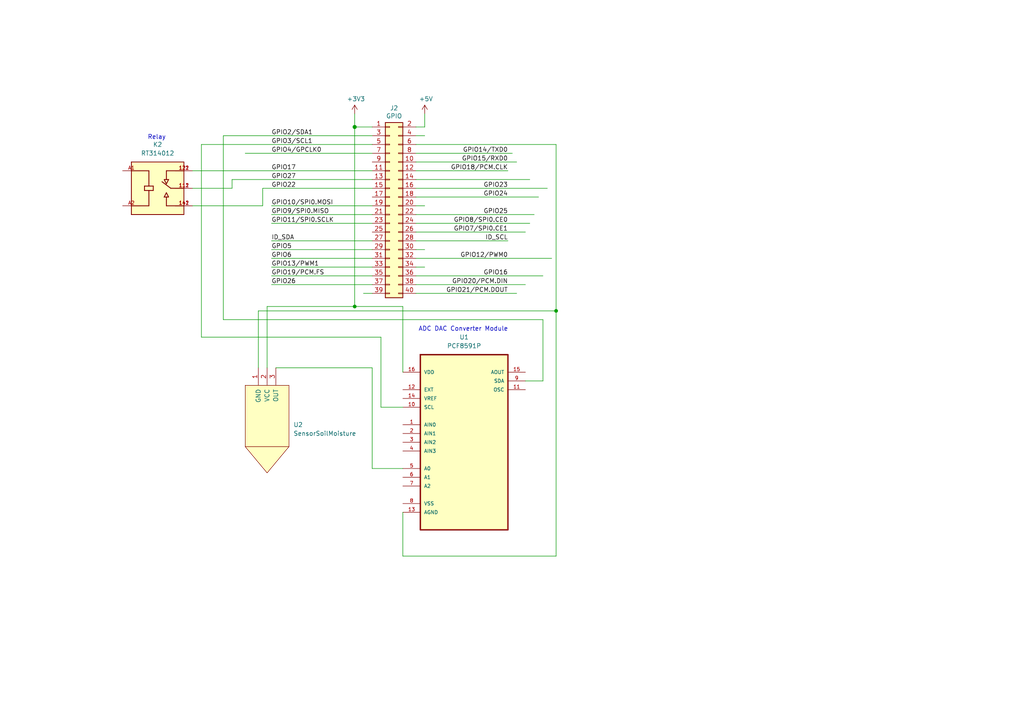
<source format=kicad_sch>
(kicad_sch
	(version 20231120)
	(generator "eeschema")
	(generator_version "8.0")
	(uuid "6c19150a-a242-4d32-8d9c-eb931f591859")
	(paper "A4")
	(lib_symbols
		(symbol "Connector_Generic:Conn_02x20_Odd_Even"
			(pin_names
				(offset 1.016) hide)
			(exclude_from_sim no)
			(in_bom yes)
			(on_board yes)
			(property "Reference" "J"
				(at 1.27 25.4 0)
				(effects
					(font
						(size 1.27 1.27)
					)
				)
			)
			(property "Value" "Conn_02x20_Odd_Even"
				(at 1.27 -27.94 0)
				(effects
					(font
						(size 1.27 1.27)
					)
				)
			)
			(property "Footprint" ""
				(at 0 0 0)
				(effects
					(font
						(size 1.27 1.27)
					)
					(hide yes)
				)
			)
			(property "Datasheet" "~"
				(at 0 0 0)
				(effects
					(font
						(size 1.27 1.27)
					)
					(hide yes)
				)
			)
			(property "Description" "Generic connector, double row, 02x20, odd/even pin numbering scheme (row 1 odd numbers, row 2 even numbers), script generated (kicad-library-utils/schlib/autogen/connector/)"
				(at 0 0 0)
				(effects
					(font
						(size 1.27 1.27)
					)
					(hide yes)
				)
			)
			(property "ki_keywords" "connector"
				(at 0 0 0)
				(effects
					(font
						(size 1.27 1.27)
					)
					(hide yes)
				)
			)
			(property "ki_fp_filters" "Connector*:*_2x??_*"
				(at 0 0 0)
				(effects
					(font
						(size 1.27 1.27)
					)
					(hide yes)
				)
			)
			(symbol "Conn_02x20_Odd_Even_1_1"
				(rectangle
					(start -1.27 -25.273)
					(end 0 -25.527)
					(stroke
						(width 0.1524)
						(type default)
					)
					(fill
						(type none)
					)
				)
				(rectangle
					(start -1.27 -22.733)
					(end 0 -22.987)
					(stroke
						(width 0.1524)
						(type default)
					)
					(fill
						(type none)
					)
				)
				(rectangle
					(start -1.27 -20.193)
					(end 0 -20.447)
					(stroke
						(width 0.1524)
						(type default)
					)
					(fill
						(type none)
					)
				)
				(rectangle
					(start -1.27 -17.653)
					(end 0 -17.907)
					(stroke
						(width 0.1524)
						(type default)
					)
					(fill
						(type none)
					)
				)
				(rectangle
					(start -1.27 -15.113)
					(end 0 -15.367)
					(stroke
						(width 0.1524)
						(type default)
					)
					(fill
						(type none)
					)
				)
				(rectangle
					(start -1.27 -12.573)
					(end 0 -12.827)
					(stroke
						(width 0.1524)
						(type default)
					)
					(fill
						(type none)
					)
				)
				(rectangle
					(start -1.27 -10.033)
					(end 0 -10.287)
					(stroke
						(width 0.1524)
						(type default)
					)
					(fill
						(type none)
					)
				)
				(rectangle
					(start -1.27 -7.493)
					(end 0 -7.747)
					(stroke
						(width 0.1524)
						(type default)
					)
					(fill
						(type none)
					)
				)
				(rectangle
					(start -1.27 -4.953)
					(end 0 -5.207)
					(stroke
						(width 0.1524)
						(type default)
					)
					(fill
						(type none)
					)
				)
				(rectangle
					(start -1.27 -2.413)
					(end 0 -2.667)
					(stroke
						(width 0.1524)
						(type default)
					)
					(fill
						(type none)
					)
				)
				(rectangle
					(start -1.27 0.127)
					(end 0 -0.127)
					(stroke
						(width 0.1524)
						(type default)
					)
					(fill
						(type none)
					)
				)
				(rectangle
					(start -1.27 2.667)
					(end 0 2.413)
					(stroke
						(width 0.1524)
						(type default)
					)
					(fill
						(type none)
					)
				)
				(rectangle
					(start -1.27 5.207)
					(end 0 4.953)
					(stroke
						(width 0.1524)
						(type default)
					)
					(fill
						(type none)
					)
				)
				(rectangle
					(start -1.27 7.747)
					(end 0 7.493)
					(stroke
						(width 0.1524)
						(type default)
					)
					(fill
						(type none)
					)
				)
				(rectangle
					(start -1.27 10.287)
					(end 0 10.033)
					(stroke
						(width 0.1524)
						(type default)
					)
					(fill
						(type none)
					)
				)
				(rectangle
					(start -1.27 12.827)
					(end 0 12.573)
					(stroke
						(width 0.1524)
						(type default)
					)
					(fill
						(type none)
					)
				)
				(rectangle
					(start -1.27 15.367)
					(end 0 15.113)
					(stroke
						(width 0.1524)
						(type default)
					)
					(fill
						(type none)
					)
				)
				(rectangle
					(start -1.27 17.907)
					(end 0 17.653)
					(stroke
						(width 0.1524)
						(type default)
					)
					(fill
						(type none)
					)
				)
				(rectangle
					(start -1.27 20.447)
					(end 0 20.193)
					(stroke
						(width 0.1524)
						(type default)
					)
					(fill
						(type none)
					)
				)
				(rectangle
					(start -1.27 22.987)
					(end 0 22.733)
					(stroke
						(width 0.1524)
						(type default)
					)
					(fill
						(type none)
					)
				)
				(rectangle
					(start -1.27 24.13)
					(end 3.81 -26.67)
					(stroke
						(width 0.254)
						(type default)
					)
					(fill
						(type background)
					)
				)
				(rectangle
					(start 3.81 -25.273)
					(end 2.54 -25.527)
					(stroke
						(width 0.1524)
						(type default)
					)
					(fill
						(type none)
					)
				)
				(rectangle
					(start 3.81 -22.733)
					(end 2.54 -22.987)
					(stroke
						(width 0.1524)
						(type default)
					)
					(fill
						(type none)
					)
				)
				(rectangle
					(start 3.81 -20.193)
					(end 2.54 -20.447)
					(stroke
						(width 0.1524)
						(type default)
					)
					(fill
						(type none)
					)
				)
				(rectangle
					(start 3.81 -17.653)
					(end 2.54 -17.907)
					(stroke
						(width 0.1524)
						(type default)
					)
					(fill
						(type none)
					)
				)
				(rectangle
					(start 3.81 -15.113)
					(end 2.54 -15.367)
					(stroke
						(width 0.1524)
						(type default)
					)
					(fill
						(type none)
					)
				)
				(rectangle
					(start 3.81 -12.573)
					(end 2.54 -12.827)
					(stroke
						(width 0.1524)
						(type default)
					)
					(fill
						(type none)
					)
				)
				(rectangle
					(start 3.81 -10.033)
					(end 2.54 -10.287)
					(stroke
						(width 0.1524)
						(type default)
					)
					(fill
						(type none)
					)
				)
				(rectangle
					(start 3.81 -7.493)
					(end 2.54 -7.747)
					(stroke
						(width 0.1524)
						(type default)
					)
					(fill
						(type none)
					)
				)
				(rectangle
					(start 3.81 -4.953)
					(end 2.54 -5.207)
					(stroke
						(width 0.1524)
						(type default)
					)
					(fill
						(type none)
					)
				)
				(rectangle
					(start 3.81 -2.413)
					(end 2.54 -2.667)
					(stroke
						(width 0.1524)
						(type default)
					)
					(fill
						(type none)
					)
				)
				(rectangle
					(start 3.81 0.127)
					(end 2.54 -0.127)
					(stroke
						(width 0.1524)
						(type default)
					)
					(fill
						(type none)
					)
				)
				(rectangle
					(start 3.81 2.667)
					(end 2.54 2.413)
					(stroke
						(width 0.1524)
						(type default)
					)
					(fill
						(type none)
					)
				)
				(rectangle
					(start 3.81 5.207)
					(end 2.54 4.953)
					(stroke
						(width 0.1524)
						(type default)
					)
					(fill
						(type none)
					)
				)
				(rectangle
					(start 3.81 7.747)
					(end 2.54 7.493)
					(stroke
						(width 0.1524)
						(type default)
					)
					(fill
						(type none)
					)
				)
				(rectangle
					(start 3.81 10.287)
					(end 2.54 10.033)
					(stroke
						(width 0.1524)
						(type default)
					)
					(fill
						(type none)
					)
				)
				(rectangle
					(start 3.81 12.827)
					(end 2.54 12.573)
					(stroke
						(width 0.1524)
						(type default)
					)
					(fill
						(type none)
					)
				)
				(rectangle
					(start 3.81 15.367)
					(end 2.54 15.113)
					(stroke
						(width 0.1524)
						(type default)
					)
					(fill
						(type none)
					)
				)
				(rectangle
					(start 3.81 17.907)
					(end 2.54 17.653)
					(stroke
						(width 0.1524)
						(type default)
					)
					(fill
						(type none)
					)
				)
				(rectangle
					(start 3.81 20.447)
					(end 2.54 20.193)
					(stroke
						(width 0.1524)
						(type default)
					)
					(fill
						(type none)
					)
				)
				(rectangle
					(start 3.81 22.987)
					(end 2.54 22.733)
					(stroke
						(width 0.1524)
						(type default)
					)
					(fill
						(type none)
					)
				)
				(pin passive line
					(at -5.08 22.86 0)
					(length 3.81)
					(name "Pin_1"
						(effects
							(font
								(size 1.27 1.27)
							)
						)
					)
					(number "1"
						(effects
							(font
								(size 1.27 1.27)
							)
						)
					)
				)
				(pin passive line
					(at 7.62 12.7 180)
					(length 3.81)
					(name "Pin_10"
						(effects
							(font
								(size 1.27 1.27)
							)
						)
					)
					(number "10"
						(effects
							(font
								(size 1.27 1.27)
							)
						)
					)
				)
				(pin passive line
					(at -5.08 10.16 0)
					(length 3.81)
					(name "Pin_11"
						(effects
							(font
								(size 1.27 1.27)
							)
						)
					)
					(number "11"
						(effects
							(font
								(size 1.27 1.27)
							)
						)
					)
				)
				(pin passive line
					(at 7.62 10.16 180)
					(length 3.81)
					(name "Pin_12"
						(effects
							(font
								(size 1.27 1.27)
							)
						)
					)
					(number "12"
						(effects
							(font
								(size 1.27 1.27)
							)
						)
					)
				)
				(pin passive line
					(at -5.08 7.62 0)
					(length 3.81)
					(name "Pin_13"
						(effects
							(font
								(size 1.27 1.27)
							)
						)
					)
					(number "13"
						(effects
							(font
								(size 1.27 1.27)
							)
						)
					)
				)
				(pin passive line
					(at 7.62 7.62 180)
					(length 3.81)
					(name "Pin_14"
						(effects
							(font
								(size 1.27 1.27)
							)
						)
					)
					(number "14"
						(effects
							(font
								(size 1.27 1.27)
							)
						)
					)
				)
				(pin passive line
					(at -5.08 5.08 0)
					(length 3.81)
					(name "Pin_15"
						(effects
							(font
								(size 1.27 1.27)
							)
						)
					)
					(number "15"
						(effects
							(font
								(size 1.27 1.27)
							)
						)
					)
				)
				(pin passive line
					(at 7.62 5.08 180)
					(length 3.81)
					(name "Pin_16"
						(effects
							(font
								(size 1.27 1.27)
							)
						)
					)
					(number "16"
						(effects
							(font
								(size 1.27 1.27)
							)
						)
					)
				)
				(pin passive line
					(at -5.08 2.54 0)
					(length 3.81)
					(name "Pin_17"
						(effects
							(font
								(size 1.27 1.27)
							)
						)
					)
					(number "17"
						(effects
							(font
								(size 1.27 1.27)
							)
						)
					)
				)
				(pin passive line
					(at 7.62 2.54 180)
					(length 3.81)
					(name "Pin_18"
						(effects
							(font
								(size 1.27 1.27)
							)
						)
					)
					(number "18"
						(effects
							(font
								(size 1.27 1.27)
							)
						)
					)
				)
				(pin passive line
					(at -5.08 0 0)
					(length 3.81)
					(name "Pin_19"
						(effects
							(font
								(size 1.27 1.27)
							)
						)
					)
					(number "19"
						(effects
							(font
								(size 1.27 1.27)
							)
						)
					)
				)
				(pin passive line
					(at 7.62 22.86 180)
					(length 3.81)
					(name "Pin_2"
						(effects
							(font
								(size 1.27 1.27)
							)
						)
					)
					(number "2"
						(effects
							(font
								(size 1.27 1.27)
							)
						)
					)
				)
				(pin passive line
					(at 7.62 0 180)
					(length 3.81)
					(name "Pin_20"
						(effects
							(font
								(size 1.27 1.27)
							)
						)
					)
					(number "20"
						(effects
							(font
								(size 1.27 1.27)
							)
						)
					)
				)
				(pin passive line
					(at -5.08 -2.54 0)
					(length 3.81)
					(name "Pin_21"
						(effects
							(font
								(size 1.27 1.27)
							)
						)
					)
					(number "21"
						(effects
							(font
								(size 1.27 1.27)
							)
						)
					)
				)
				(pin passive line
					(at 7.62 -2.54 180)
					(length 3.81)
					(name "Pin_22"
						(effects
							(font
								(size 1.27 1.27)
							)
						)
					)
					(number "22"
						(effects
							(font
								(size 1.27 1.27)
							)
						)
					)
				)
				(pin passive line
					(at -5.08 -5.08 0)
					(length 3.81)
					(name "Pin_23"
						(effects
							(font
								(size 1.27 1.27)
							)
						)
					)
					(number "23"
						(effects
							(font
								(size 1.27 1.27)
							)
						)
					)
				)
				(pin passive line
					(at 7.62 -5.08 180)
					(length 3.81)
					(name "Pin_24"
						(effects
							(font
								(size 1.27 1.27)
							)
						)
					)
					(number "24"
						(effects
							(font
								(size 1.27 1.27)
							)
						)
					)
				)
				(pin passive line
					(at -5.08 -7.62 0)
					(length 3.81)
					(name "Pin_25"
						(effects
							(font
								(size 1.27 1.27)
							)
						)
					)
					(number "25"
						(effects
							(font
								(size 1.27 1.27)
							)
						)
					)
				)
				(pin passive line
					(at 7.62 -7.62 180)
					(length 3.81)
					(name "Pin_26"
						(effects
							(font
								(size 1.27 1.27)
							)
						)
					)
					(number "26"
						(effects
							(font
								(size 1.27 1.27)
							)
						)
					)
				)
				(pin passive line
					(at -5.08 -10.16 0)
					(length 3.81)
					(name "Pin_27"
						(effects
							(font
								(size 1.27 1.27)
							)
						)
					)
					(number "27"
						(effects
							(font
								(size 1.27 1.27)
							)
						)
					)
				)
				(pin passive line
					(at 7.62 -10.16 180)
					(length 3.81)
					(name "Pin_28"
						(effects
							(font
								(size 1.27 1.27)
							)
						)
					)
					(number "28"
						(effects
							(font
								(size 1.27 1.27)
							)
						)
					)
				)
				(pin passive line
					(at -5.08 -12.7 0)
					(length 3.81)
					(name "Pin_29"
						(effects
							(font
								(size 1.27 1.27)
							)
						)
					)
					(number "29"
						(effects
							(font
								(size 1.27 1.27)
							)
						)
					)
				)
				(pin passive line
					(at -5.08 20.32 0)
					(length 3.81)
					(name "Pin_3"
						(effects
							(font
								(size 1.27 1.27)
							)
						)
					)
					(number "3"
						(effects
							(font
								(size 1.27 1.27)
							)
						)
					)
				)
				(pin passive line
					(at 7.62 -12.7 180)
					(length 3.81)
					(name "Pin_30"
						(effects
							(font
								(size 1.27 1.27)
							)
						)
					)
					(number "30"
						(effects
							(font
								(size 1.27 1.27)
							)
						)
					)
				)
				(pin passive line
					(at -5.08 -15.24 0)
					(length 3.81)
					(name "Pin_31"
						(effects
							(font
								(size 1.27 1.27)
							)
						)
					)
					(number "31"
						(effects
							(font
								(size 1.27 1.27)
							)
						)
					)
				)
				(pin passive line
					(at 7.62 -15.24 180)
					(length 3.81)
					(name "Pin_32"
						(effects
							(font
								(size 1.27 1.27)
							)
						)
					)
					(number "32"
						(effects
							(font
								(size 1.27 1.27)
							)
						)
					)
				)
				(pin passive line
					(at -5.08 -17.78 0)
					(length 3.81)
					(name "Pin_33"
						(effects
							(font
								(size 1.27 1.27)
							)
						)
					)
					(number "33"
						(effects
							(font
								(size 1.27 1.27)
							)
						)
					)
				)
				(pin passive line
					(at 7.62 -17.78 180)
					(length 3.81)
					(name "Pin_34"
						(effects
							(font
								(size 1.27 1.27)
							)
						)
					)
					(number "34"
						(effects
							(font
								(size 1.27 1.27)
							)
						)
					)
				)
				(pin passive line
					(at -5.08 -20.32 0)
					(length 3.81)
					(name "Pin_35"
						(effects
							(font
								(size 1.27 1.27)
							)
						)
					)
					(number "35"
						(effects
							(font
								(size 1.27 1.27)
							)
						)
					)
				)
				(pin passive line
					(at 7.62 -20.32 180)
					(length 3.81)
					(name "Pin_36"
						(effects
							(font
								(size 1.27 1.27)
							)
						)
					)
					(number "36"
						(effects
							(font
								(size 1.27 1.27)
							)
						)
					)
				)
				(pin passive line
					(at -5.08 -22.86 0)
					(length 3.81)
					(name "Pin_37"
						(effects
							(font
								(size 1.27 1.27)
							)
						)
					)
					(number "37"
						(effects
							(font
								(size 1.27 1.27)
							)
						)
					)
				)
				(pin passive line
					(at 7.62 -22.86 180)
					(length 3.81)
					(name "Pin_38"
						(effects
							(font
								(size 1.27 1.27)
							)
						)
					)
					(number "38"
						(effects
							(font
								(size 1.27 1.27)
							)
						)
					)
				)
				(pin passive line
					(at -5.08 -25.4 0)
					(length 3.81)
					(name "Pin_39"
						(effects
							(font
								(size 1.27 1.27)
							)
						)
					)
					(number "39"
						(effects
							(font
								(size 1.27 1.27)
							)
						)
					)
				)
				(pin passive line
					(at 7.62 20.32 180)
					(length 3.81)
					(name "Pin_4"
						(effects
							(font
								(size 1.27 1.27)
							)
						)
					)
					(number "4"
						(effects
							(font
								(size 1.27 1.27)
							)
						)
					)
				)
				(pin passive line
					(at 7.62 -25.4 180)
					(length 3.81)
					(name "Pin_40"
						(effects
							(font
								(size 1.27 1.27)
							)
						)
					)
					(number "40"
						(effects
							(font
								(size 1.27 1.27)
							)
						)
					)
				)
				(pin passive line
					(at -5.08 17.78 0)
					(length 3.81)
					(name "Pin_5"
						(effects
							(font
								(size 1.27 1.27)
							)
						)
					)
					(number "5"
						(effects
							(font
								(size 1.27 1.27)
							)
						)
					)
				)
				(pin passive line
					(at 7.62 17.78 180)
					(length 3.81)
					(name "Pin_6"
						(effects
							(font
								(size 1.27 1.27)
							)
						)
					)
					(number "6"
						(effects
							(font
								(size 1.27 1.27)
							)
						)
					)
				)
				(pin passive line
					(at -5.08 15.24 0)
					(length 3.81)
					(name "Pin_7"
						(effects
							(font
								(size 1.27 1.27)
							)
						)
					)
					(number "7"
						(effects
							(font
								(size 1.27 1.27)
							)
						)
					)
				)
				(pin passive line
					(at 7.62 15.24 180)
					(length 3.81)
					(name "Pin_8"
						(effects
							(font
								(size 1.27 1.27)
							)
						)
					)
					(number "8"
						(effects
							(font
								(size 1.27 1.27)
							)
						)
					)
				)
				(pin passive line
					(at -5.08 12.7 0)
					(length 3.81)
					(name "Pin_9"
						(effects
							(font
								(size 1.27 1.27)
							)
						)
					)
					(number "9"
						(effects
							(font
								(size 1.27 1.27)
							)
						)
					)
				)
			)
		)
		(symbol "PCF8591P:PCF8591P"
			(pin_names
				(offset 1.016)
			)
			(exclude_from_sim no)
			(in_bom yes)
			(on_board yes)
			(property "Reference" "U"
				(at -5.0038 25.5524 0)
				(effects
					(font
						(size 1.27 1.27)
					)
					(justify left bottom)
				)
			)
			(property "Value" "PCF8591P"
				(at -4.1402 -32.7914 0)
				(effects
					(font
						(size 1.27 1.27)
					)
					(justify left bottom)
				)
			)
			(property "Footprint" "DIP254P762X420-16"
				(at 0 0 0)
				(effects
					(font
						(size 1.27 1.27)
					)
					(justify left bottom)
					(hide yes)
				)
			)
			(property "Datasheet" ""
				(at 0 0 0)
				(effects
					(font
						(size 1.27 1.27)
					)
					(justify left bottom)
					(hide yes)
				)
			)
			(property "Description" ""
				(at 0 0 0)
				(effects
					(font
						(size 1.27 1.27)
					)
					(hide yes)
				)
			)
			(property "MF" "NXP USA"
				(at 0 0 0)
				(effects
					(font
						(size 1.27 1.27)
					)
					(justify left bottom)
					(hide yes)
				)
			)
			(property "Description_1" "\\n                        \\n                            ADC, DAC 8 b 11.1k I²C, Serial 16-DIP\\n                        \\n"
				(at 0 0 0)
				(effects
					(font
						(size 1.27 1.27)
					)
					(justify left bottom)
					(hide yes)
				)
			)
			(property "PACKAGE" "DIP-16"
				(at 0 0 0)
				(effects
					(font
						(size 1.27 1.27)
					)
					(justify left bottom)
					(hide yes)
				)
			)
			(property "MPN" "PCF8591P"
				(at 0 0 0)
				(effects
					(font
						(size 1.27 1.27)
					)
					(justify left bottom)
					(hide yes)
				)
			)
			(property "Price" "None"
				(at 0 0 0)
				(effects
					(font
						(size 1.27 1.27)
					)
					(justify left bottom)
					(hide yes)
				)
			)
			(property "Package" "DIP-16 NXP Semiconductors"
				(at 0 0 0)
				(effects
					(font
						(size 1.27 1.27)
					)
					(justify left bottom)
					(hide yes)
				)
			)
			(property "OC_FARNELL" "396412"
				(at 0 0 0)
				(effects
					(font
						(size 1.27 1.27)
					)
					(justify left bottom)
					(hide yes)
				)
			)
			(property "SnapEDA_Link" "https://www.snapeda.com/parts/PCF8591P/NXP+Semiconductors/view-part/?ref=snap"
				(at 0 0 0)
				(effects
					(font
						(size 1.27 1.27)
					)
					(justify left bottom)
					(hide yes)
				)
			)
			(property "MP" "PCF8591P"
				(at 0 0 0)
				(effects
					(font
						(size 1.27 1.27)
					)
					(justify left bottom)
					(hide yes)
				)
			)
			(property "SUPPLIER" "NXP"
				(at 0 0 0)
				(effects
					(font
						(size 1.27 1.27)
					)
					(justify left bottom)
					(hide yes)
				)
			)
			(property "OC_NEWARK" "07WX3385"
				(at 0 0 0)
				(effects
					(font
						(size 1.27 1.27)
					)
					(justify left bottom)
					(hide yes)
				)
			)
			(property "Availability" "In Stock"
				(at 0 0 0)
				(effects
					(font
						(size 1.27 1.27)
					)
					(justify left bottom)
					(hide yes)
				)
			)
			(property "Check_prices" "https://www.snapeda.com/parts/PCF8591P/NXP+Semiconductors/view-part/?ref=eda"
				(at 0 0 0)
				(effects
					(font
						(size 1.27 1.27)
					)
					(justify left bottom)
					(hide yes)
				)
			)
			(property "ki_locked" ""
				(at 0 0 0)
				(effects
					(font
						(size 1.27 1.27)
					)
				)
			)
			(symbol "PCF8591P_0_0"
				(rectangle
					(start -12.7 -27.94)
					(end 12.7 22.86)
					(stroke
						(width 0.4064)
						(type solid)
					)
					(fill
						(type background)
					)
				)
				(pin input line
					(at -17.78 2.54 0)
					(length 5.08)
					(name "AIN0"
						(effects
							(font
								(size 1.016 1.016)
							)
						)
					)
					(number "1"
						(effects
							(font
								(size 1.016 1.016)
							)
						)
					)
				)
				(pin input line
					(at -17.78 7.62 0)
					(length 5.08)
					(name "SCL"
						(effects
							(font
								(size 1.016 1.016)
							)
						)
					)
					(number "10"
						(effects
							(font
								(size 1.016 1.016)
							)
						)
					)
				)
				(pin bidirectional line
					(at 17.78 12.7 180)
					(length 5.08)
					(name "OSC"
						(effects
							(font
								(size 1.016 1.016)
							)
						)
					)
					(number "11"
						(effects
							(font
								(size 1.016 1.016)
							)
						)
					)
				)
				(pin input line
					(at -17.78 12.7 0)
					(length 5.08)
					(name "EXT"
						(effects
							(font
								(size 1.016 1.016)
							)
						)
					)
					(number "12"
						(effects
							(font
								(size 1.016 1.016)
							)
						)
					)
				)
				(pin passive line
					(at -17.78 -22.86 0)
					(length 5.08)
					(name "AGND"
						(effects
							(font
								(size 1.016 1.016)
							)
						)
					)
					(number "13"
						(effects
							(font
								(size 1.016 1.016)
							)
						)
					)
				)
				(pin input line
					(at -17.78 10.16 0)
					(length 5.08)
					(name "VREF"
						(effects
							(font
								(size 1.016 1.016)
							)
						)
					)
					(number "14"
						(effects
							(font
								(size 1.016 1.016)
							)
						)
					)
				)
				(pin output line
					(at 17.78 17.78 180)
					(length 5.08)
					(name "AOUT"
						(effects
							(font
								(size 1.016 1.016)
							)
						)
					)
					(number "15"
						(effects
							(font
								(size 1.016 1.016)
							)
						)
					)
				)
				(pin power_in line
					(at -17.78 17.78 0)
					(length 5.08)
					(name "VDD"
						(effects
							(font
								(size 1.016 1.016)
							)
						)
					)
					(number "16"
						(effects
							(font
								(size 1.016 1.016)
							)
						)
					)
				)
				(pin input line
					(at -17.78 0 0)
					(length 5.08)
					(name "AIN1"
						(effects
							(font
								(size 1.016 1.016)
							)
						)
					)
					(number "2"
						(effects
							(font
								(size 1.016 1.016)
							)
						)
					)
				)
				(pin input line
					(at -17.78 -2.54 0)
					(length 5.08)
					(name "AIN2"
						(effects
							(font
								(size 1.016 1.016)
							)
						)
					)
					(number "3"
						(effects
							(font
								(size 1.016 1.016)
							)
						)
					)
				)
				(pin input line
					(at -17.78 -5.08 0)
					(length 5.08)
					(name "AIN3"
						(effects
							(font
								(size 1.016 1.016)
							)
						)
					)
					(number "4"
						(effects
							(font
								(size 1.016 1.016)
							)
						)
					)
				)
				(pin input line
					(at -17.78 -10.16 0)
					(length 5.08)
					(name "A0"
						(effects
							(font
								(size 1.016 1.016)
							)
						)
					)
					(number "5"
						(effects
							(font
								(size 1.016 1.016)
							)
						)
					)
				)
				(pin input line
					(at -17.78 -12.7 0)
					(length 5.08)
					(name "A1"
						(effects
							(font
								(size 1.016 1.016)
							)
						)
					)
					(number "6"
						(effects
							(font
								(size 1.016 1.016)
							)
						)
					)
				)
				(pin input line
					(at -17.78 -15.24 0)
					(length 5.08)
					(name "A2"
						(effects
							(font
								(size 1.016 1.016)
							)
						)
					)
					(number "7"
						(effects
							(font
								(size 1.016 1.016)
							)
						)
					)
				)
				(pin power_in line
					(at -17.78 -20.32 0)
					(length 5.08)
					(name "VSS"
						(effects
							(font
								(size 1.016 1.016)
							)
						)
					)
					(number "8"
						(effects
							(font
								(size 1.016 1.016)
							)
						)
					)
				)
				(pin bidirectional line
					(at 17.78 15.24 180)
					(length 5.08)
					(name "SDA"
						(effects
							(font
								(size 1.016 1.016)
							)
						)
					)
					(number "9"
						(effects
							(font
								(size 1.016 1.016)
							)
						)
					)
				)
			)
		)
		(symbol "RT314012:RT314012"
			(pin_names
				(offset 1.016) hide)
			(exclude_from_sim no)
			(in_bom yes)
			(on_board yes)
			(property "Reference" "K"
				(at -7.62 8.89 0)
				(effects
					(font
						(size 1.27 1.27)
					)
					(justify left bottom)
				)
			)
			(property "Value" "RT314012"
				(at -7.62 -10.16 0)
				(effects
					(font
						(size 1.27 1.27)
					)
					(justify left bottom)
				)
			)
			(property "Footprint" "RELAY_9-1393239-5"
				(at 0 0 0)
				(effects
					(font
						(size 1.27 1.27)
					)
					(justify left bottom)
					(hide yes)
				)
			)
			(property "Datasheet" ""
				(at 0 0 0)
				(effects
					(font
						(size 1.27 1.27)
					)
					(justify left bottom)
					(hide yes)
				)
			)
			(property "Description" ""
				(at 0 0 0)
				(effects
					(font
						(size 1.27 1.27)
					)
					(hide yes)
				)
			)
			(property "Comment" "9-1393239-5"
				(at 0 0 0)
				(effects
					(font
						(size 1.27 1.27)
					)
					(justify left bottom)
					(hide yes)
				)
			)
			(property "MF" "TE Connectivity"
				(at 0 0 0)
				(effects
					(font
						(size 1.27 1.27)
					)
					(justify left bottom)
					(hide yes)
				)
			)
			(property "MAXIMUM_PACKAGE_HEIGHT" "15.7 mm"
				(at 0 0 0)
				(effects
					(font
						(size 1.27 1.27)
					)
					(justify left bottom)
					(hide yes)
				)
			)
			(property "Package" "None"
				(at 0 0 0)
				(effects
					(font
						(size 1.27 1.27)
					)
					(justify left bottom)
					(hide yes)
				)
			)
			(property "Price" "None"
				(at 0 0 0)
				(effects
					(font
						(size 1.27 1.27)
					)
					(justify left bottom)
					(hide yes)
				)
			)
			(property "Check_prices" "https://www.snapeda.com/parts/RT314012/TE+Connectivity+Potter+%2526+Brumfield+Relays/view-part/?ref=eda"
				(at 0 0 0)
				(effects
					(font
						(size 1.27 1.27)
					)
					(justify left bottom)
					(hide yes)
				)
			)
			(property "STANDARD" "Manufacturer Recommendations"
				(at 0 0 0)
				(effects
					(font
						(size 1.27 1.27)
					)
					(justify left bottom)
					(hide yes)
				)
			)
			(property "PARTREV" "0120"
				(at 0 0 0)
				(effects
					(font
						(size 1.27 1.27)
					)
					(justify left bottom)
					(hide yes)
				)
			)
			(property "SnapEDA_Link" "https://www.snapeda.com/parts/RT314012/TE+Connectivity+Potter+%2526+Brumfield+Relays/view-part/?ref=snap"
				(at 0 0 0)
				(effects
					(font
						(size 1.27 1.27)
					)
					(justify left bottom)
					(hide yes)
				)
			)
			(property "MP" "RT314012"
				(at 0 0 0)
				(effects
					(font
						(size 1.27 1.27)
					)
					(justify left bottom)
					(hide yes)
				)
			)
			(property "Description_1" "\\n                        \\n                            General Purpose Relay SPDT (1 Form C) 12VDC Coil Through Hole\\n                        \\n"
				(at 0 0 0)
				(effects
					(font
						(size 1.27 1.27)
					)
					(justify left bottom)
					(hide yes)
				)
			)
			(property "Availability" "In Stock"
				(at 0 0 0)
				(effects
					(font
						(size 1.27 1.27)
					)
					(justify left bottom)
					(hide yes)
				)
			)
			(property "MANUFACTURER" "TE Connectivity"
				(at 0 0 0)
				(effects
					(font
						(size 1.27 1.27)
					)
					(justify left bottom)
					(hide yes)
				)
			)
			(property "ki_locked" ""
				(at 0 0 0)
				(effects
					(font
						(size 1.27 1.27)
					)
				)
			)
			(symbol "RT314012_0_0"
				(rectangle
					(start -7.62 -7.62)
					(end 7.62 7.62)
					(stroke
						(width 0.254)
						(type solid)
					)
					(fill
						(type background)
					)
				)
				(polyline
					(pts
						(xy -7.62 -5.08) (xy -2.54 -5.08)
					)
					(stroke
						(width 0.254)
						(type solid)
					)
					(fill
						(type none)
					)
				)
				(polyline
					(pts
						(xy -7.62 5.08) (xy -2.54 5.08)
					)
					(stroke
						(width 0.254)
						(type solid)
					)
					(fill
						(type none)
					)
				)
				(polyline
					(pts
						(xy -3.81 -0.635) (xy -3.81 0.635)
					)
					(stroke
						(width 0.254)
						(type solid)
					)
					(fill
						(type none)
					)
				)
				(polyline
					(pts
						(xy -3.81 0.635) (xy -2.54 0.635)
					)
					(stroke
						(width 0.254)
						(type solid)
					)
					(fill
						(type none)
					)
				)
				(polyline
					(pts
						(xy -2.54 -0.635) (xy -3.81 -0.635)
					)
					(stroke
						(width 0.254)
						(type solid)
					)
					(fill
						(type none)
					)
				)
				(polyline
					(pts
						(xy -2.54 -0.635) (xy -2.54 -5.08)
					)
					(stroke
						(width 0.254)
						(type solid)
					)
					(fill
						(type none)
					)
				)
				(polyline
					(pts
						(xy -2.54 0.635) (xy -1.27 0.635)
					)
					(stroke
						(width 0.254)
						(type solid)
					)
					(fill
						(type none)
					)
				)
				(polyline
					(pts
						(xy -2.54 5.08) (xy -2.54 0.635)
					)
					(stroke
						(width 0.254)
						(type solid)
					)
					(fill
						(type none)
					)
				)
				(polyline
					(pts
						(xy -1.27 -0.635) (xy -2.54 -0.635)
					)
					(stroke
						(width 0.254)
						(type solid)
					)
					(fill
						(type none)
					)
				)
				(polyline
					(pts
						(xy -1.27 0.635) (xy -1.27 -0.635)
					)
					(stroke
						(width 0.254)
						(type solid)
					)
					(fill
						(type none)
					)
				)
				(polyline
					(pts
						(xy 2.54 -5.08) (xy 2.54 -2.54)
					)
					(stroke
						(width 0.254)
						(type solid)
					)
					(fill
						(type none)
					)
				)
				(polyline
					(pts
						(xy 2.54 5.08) (xy 2.54 2.54)
					)
					(stroke
						(width 0.254)
						(type solid)
					)
					(fill
						(type none)
					)
				)
				(polyline
					(pts
						(xy 2.54 5.08) (xy 7.62 5.08)
					)
					(stroke
						(width 0.254)
						(type solid)
					)
					(fill
						(type none)
					)
				)
				(polyline
					(pts
						(xy 3.81 0) (xy 1.27 1.905)
					)
					(stroke
						(width 0.254)
						(type solid)
					)
					(fill
						(type none)
					)
				)
				(polyline
					(pts
						(xy 7.62 -5.08) (xy 2.54 -5.08)
					)
					(stroke
						(width 0.254)
						(type solid)
					)
					(fill
						(type none)
					)
				)
				(polyline
					(pts
						(xy 7.62 0) (xy 3.81 0)
					)
					(stroke
						(width 0.254)
						(type solid)
					)
					(fill
						(type none)
					)
				)
				(polyline
					(pts
						(xy 1.905 -2.54) (xy 3.175 -2.54) (xy 2.54 -1.27) (xy 1.905 -2.54)
					)
					(stroke
						(width 0.254)
						(type solid)
					)
					(fill
						(type background)
					)
				)
				(polyline
					(pts
						(xy 3.175 2.54) (xy 1.905 2.54) (xy 2.54 1.27) (xy 3.175 2.54)
					)
					(stroke
						(width 0.254)
						(type solid)
					)
					(fill
						(type background)
					)
				)
				(pin passive line
					(at 10.16 0 180)
					(length 5.08)
					(name "~"
						(effects
							(font
								(size 1.016 1.016)
							)
						)
					)
					(number "111"
						(effects
							(font
								(size 1.016 1.016)
							)
						)
					)
				)
				(pin passive line
					(at 10.16 0 180)
					(length 5.08)
					(name "~"
						(effects
							(font
								(size 1.016 1.016)
							)
						)
					)
					(number "112"
						(effects
							(font
								(size 1.016 1.016)
							)
						)
					)
				)
				(pin passive line
					(at 10.16 5.08 180)
					(length 5.08)
					(name "~"
						(effects
							(font
								(size 1.016 1.016)
							)
						)
					)
					(number "121"
						(effects
							(font
								(size 1.016 1.016)
							)
						)
					)
				)
				(pin passive line
					(at 10.16 5.08 180)
					(length 5.08)
					(name "~"
						(effects
							(font
								(size 1.016 1.016)
							)
						)
					)
					(number "122"
						(effects
							(font
								(size 1.016 1.016)
							)
						)
					)
				)
				(pin passive line
					(at 10.16 -5.08 180)
					(length 5.08)
					(name "~"
						(effects
							(font
								(size 1.016 1.016)
							)
						)
					)
					(number "141"
						(effects
							(font
								(size 1.016 1.016)
							)
						)
					)
				)
				(pin passive line
					(at 10.16 -5.08 180)
					(length 5.08)
					(name "~"
						(effects
							(font
								(size 1.016 1.016)
							)
						)
					)
					(number "142"
						(effects
							(font
								(size 1.016 1.016)
							)
						)
					)
				)
				(pin passive line
					(at -10.16 5.08 0)
					(length 5.08)
					(name "~"
						(effects
							(font
								(size 1.016 1.016)
							)
						)
					)
					(number "A1"
						(effects
							(font
								(size 1.016 1.016)
							)
						)
					)
				)
				(pin passive line
					(at -10.16 -5.08 0)
					(length 5.08)
					(name "~"
						(effects
							(font
								(size 1.016 1.016)
							)
						)
					)
					(number "A2"
						(effects
							(font
								(size 1.016 1.016)
							)
						)
					)
				)
			)
		)
		(symbol "ekayudhi:SensorSoilMoisture"
			(pin_names
				(offset 1.016)
			)
			(exclude_from_sim no)
			(in_bom yes)
			(on_board yes)
			(property "Reference" "U"
				(at -7.62 6.35 0)
				(effects
					(font
						(size 1.27 1.27)
					)
				)
			)
			(property "Value" "SensorSoilMoisture"
				(at 0 3.81 0)
				(effects
					(font
						(size 1.27 1.27)
					)
				)
			)
			(property "Footprint" ""
				(at -5.08 0 0)
				(effects
					(font
						(size 1.27 1.27)
					)
					(hide yes)
				)
			)
			(property "Datasheet" ""
				(at -5.08 0 0)
				(effects
					(font
						(size 1.27 1.27)
					)
					(hide yes)
				)
			)
			(property "Description" ""
				(at 0 0 0)
				(effects
					(font
						(size 1.27 1.27)
					)
					(hide yes)
				)
			)
			(symbol "SensorSoilMoisture_0_1"
				(rectangle
					(start -6.35 -3.81)
					(end 6.35 -21.59)
					(stroke
						(width 0)
						(type solid)
					)
					(fill
						(type background)
					)
				)
				(polyline
					(pts
						(xy -6.35 -21.59) (xy 0 -29.21) (xy 6.35 -21.59)
					)
					(stroke
						(width 0)
						(type solid)
					)
					(fill
						(type background)
					)
				)
			)
			(symbol "SensorSoilMoisture_1_1"
				(pin power_in line
					(at -2.54 1.27 270)
					(length 5.08)
					(name "GND"
						(effects
							(font
								(size 1.27 1.27)
							)
						)
					)
					(number "1"
						(effects
							(font
								(size 1.27 1.27)
							)
						)
					)
				)
				(pin power_in line
					(at 0 1.27 270)
					(length 5.08)
					(name "VCC"
						(effects
							(font
								(size 1.27 1.27)
							)
						)
					)
					(number "2"
						(effects
							(font
								(size 1.27 1.27)
							)
						)
					)
				)
				(pin output line
					(at 2.54 1.27 270)
					(length 5.08)
					(name "OUT"
						(effects
							(font
								(size 1.27 1.27)
							)
						)
					)
					(number "3"
						(effects
							(font
								(size 1.27 1.27)
							)
						)
					)
				)
			)
		)
		(symbol "power:+3.3V"
			(power)
			(pin_names
				(offset 0)
			)
			(exclude_from_sim no)
			(in_bom yes)
			(on_board yes)
			(property "Reference" "#PWR"
				(at 0 -3.81 0)
				(effects
					(font
						(size 1.27 1.27)
					)
					(hide yes)
				)
			)
			(property "Value" "+3.3V"
				(at 0 3.556 0)
				(effects
					(font
						(size 1.27 1.27)
					)
				)
			)
			(property "Footprint" ""
				(at 0 0 0)
				(effects
					(font
						(size 1.27 1.27)
					)
					(hide yes)
				)
			)
			(property "Datasheet" ""
				(at 0 0 0)
				(effects
					(font
						(size 1.27 1.27)
					)
					(hide yes)
				)
			)
			(property "Description" "Power symbol creates a global label with name \"+3.3V\""
				(at 0 0 0)
				(effects
					(font
						(size 1.27 1.27)
					)
					(hide yes)
				)
			)
			(property "ki_keywords" "power-flag"
				(at 0 0 0)
				(effects
					(font
						(size 1.27 1.27)
					)
					(hide yes)
				)
			)
			(symbol "+3.3V_0_1"
				(polyline
					(pts
						(xy -0.762 1.27) (xy 0 2.54)
					)
					(stroke
						(width 0)
						(type default)
					)
					(fill
						(type none)
					)
				)
				(polyline
					(pts
						(xy 0 0) (xy 0 2.54)
					)
					(stroke
						(width 0)
						(type default)
					)
					(fill
						(type none)
					)
				)
				(polyline
					(pts
						(xy 0 2.54) (xy 0.762 1.27)
					)
					(stroke
						(width 0)
						(type default)
					)
					(fill
						(type none)
					)
				)
			)
			(symbol "+3.3V_1_1"
				(pin power_in line
					(at 0 0 90)
					(length 0) hide
					(name "+3V3"
						(effects
							(font
								(size 1.27 1.27)
							)
						)
					)
					(number "1"
						(effects
							(font
								(size 1.27 1.27)
							)
						)
					)
				)
			)
		)
		(symbol "power:+5V"
			(power)
			(pin_names
				(offset 0)
			)
			(exclude_from_sim no)
			(in_bom yes)
			(on_board yes)
			(property "Reference" "#PWR"
				(at 0 -3.81 0)
				(effects
					(font
						(size 1.27 1.27)
					)
					(hide yes)
				)
			)
			(property "Value" "+5V"
				(at 0 3.556 0)
				(effects
					(font
						(size 1.27 1.27)
					)
				)
			)
			(property "Footprint" ""
				(at 0 0 0)
				(effects
					(font
						(size 1.27 1.27)
					)
					(hide yes)
				)
			)
			(property "Datasheet" ""
				(at 0 0 0)
				(effects
					(font
						(size 1.27 1.27)
					)
					(hide yes)
				)
			)
			(property "Description" "Power symbol creates a global label with name \"+5V\""
				(at 0 0 0)
				(effects
					(font
						(size 1.27 1.27)
					)
					(hide yes)
				)
			)
			(property "ki_keywords" "power-flag"
				(at 0 0 0)
				(effects
					(font
						(size 1.27 1.27)
					)
					(hide yes)
				)
			)
			(symbol "+5V_0_1"
				(polyline
					(pts
						(xy -0.762 1.27) (xy 0 2.54)
					)
					(stroke
						(width 0)
						(type default)
					)
					(fill
						(type none)
					)
				)
				(polyline
					(pts
						(xy 0 0) (xy 0 2.54)
					)
					(stroke
						(width 0)
						(type default)
					)
					(fill
						(type none)
					)
				)
				(polyline
					(pts
						(xy 0 2.54) (xy 0.762 1.27)
					)
					(stroke
						(width 0)
						(type default)
					)
					(fill
						(type none)
					)
				)
			)
			(symbol "+5V_1_1"
				(pin power_in line
					(at 0 0 90)
					(length 0) hide
					(name "+5V"
						(effects
							(font
								(size 1.27 1.27)
							)
						)
					)
					(number "1"
						(effects
							(font
								(size 1.27 1.27)
							)
						)
					)
				)
			)
		)
	)
	(junction
		(at 102.87 88.9)
		(diameter 0)
		(color 0 0 0 0)
		(uuid "2f649839-d9b7-4d15-9320-7451bd80ad53")
	)
	(junction
		(at 102.87 36.83)
		(diameter 1.016)
		(color 0 0 0 0)
		(uuid "56d7e5df-1e6e-4b04-8a08-453de2bf796c")
	)
	(junction
		(at 161.29 90.17)
		(diameter 0)
		(color 0 0 0 0)
		(uuid "91373338-d591-447b-9e6d-5fcac17770ba")
	)
	(wire
		(pts
			(xy 64.77 39.37) (xy 107.95 39.37)
		)
		(stroke
			(width 0)
			(type default)
		)
		(uuid "0053ac89-3ad8-4125-85db-1a93980a8c76")
	)
	(wire
		(pts
			(xy 120.65 62.23) (xy 154.94 62.23)
		)
		(stroke
			(width 0)
			(type default)
		)
		(uuid "09389d69-7ad8-474a-94cc-c8f94c8fdcc2")
	)
	(wire
		(pts
			(xy 120.65 74.93) (xy 160.02 74.93)
		)
		(stroke
			(width 0)
			(type solid)
		)
		(uuid "16cd511d-fcb9-499d-a103-f44df154222c")
	)
	(wire
		(pts
			(xy 102.87 36.83) (xy 102.87 88.9)
		)
		(stroke
			(width 0)
			(type solid)
		)
		(uuid "178eca54-e751-43d5-84bb-c3111db86344")
	)
	(wire
		(pts
			(xy 120.65 52.07) (xy 153.67 52.07)
		)
		(stroke
			(width 0)
			(type default)
		)
		(uuid "189787a8-45c3-4505-b3c4-91e83ccd79d9")
	)
	(wire
		(pts
			(xy 78.74 72.39) (xy 107.95 72.39)
		)
		(stroke
			(width 0)
			(type solid)
		)
		(uuid "1b991425-01f1-4a4a-8e4d-d203f4197d35")
	)
	(wire
		(pts
			(xy 120.65 46.99) (xy 149.86 46.99)
		)
		(stroke
			(width 0)
			(type solid)
		)
		(uuid "1bdc85c4-37f9-45ed-ba4e-32daacda835d")
	)
	(wire
		(pts
			(xy 107.95 59.69) (xy 78.74 59.69)
		)
		(stroke
			(width 0)
			(type solid)
		)
		(uuid "1d07b70e-19bb-4a86-a0ce-e76aba2d8fb0")
	)
	(wire
		(pts
			(xy 120.65 41.91) (xy 161.29 41.91)
		)
		(stroke
			(width 0)
			(type default)
		)
		(uuid "20007127-5c95-4289-ba51-559d915fb373")
	)
	(wire
		(pts
			(xy 120.65 54.61) (xy 158.75 54.61)
		)
		(stroke
			(width 0)
			(type solid)
		)
		(uuid "21ad0fff-b712-4ac6-bf55-74af1e263a9f")
	)
	(wire
		(pts
			(xy 116.84 161.29) (xy 161.29 161.29)
		)
		(stroke
			(width 0)
			(type default)
		)
		(uuid "22613a94-2035-4c5d-bd83-498d6dffd4a6")
	)
	(wire
		(pts
			(xy 110.49 97.79) (xy 58.42 97.79)
		)
		(stroke
			(width 0)
			(type default)
		)
		(uuid "258d0728-e8e8-41b1-b094-84e7178526bb")
	)
	(wire
		(pts
			(xy 58.42 41.91) (xy 107.95 41.91)
		)
		(stroke
			(width 0)
			(type default)
		)
		(uuid "2d514a68-378e-4e42-8f9c-2c82ef85680c")
	)
	(wire
		(pts
			(xy 120.65 82.55) (xy 152.4 82.55)
		)
		(stroke
			(width 0)
			(type solid)
		)
		(uuid "398a565a-10ec-46fe-a830-e9210c4281bd")
	)
	(wire
		(pts
			(xy 116.84 148.59) (xy 116.84 161.29)
		)
		(stroke
			(width 0)
			(type default)
		)
		(uuid "3da72733-3f15-4026-a644-4c199f7a5d64")
	)
	(wire
		(pts
			(xy 107.95 77.47) (xy 78.74 77.47)
		)
		(stroke
			(width 0)
			(type solid)
		)
		(uuid "40952663-e08f-4100-a4d8-e82b40cf58b8")
	)
	(wire
		(pts
			(xy 76.2 59.69) (xy 76.2 54.61)
		)
		(stroke
			(width 0)
			(type default)
		)
		(uuid "4473cd47-bbfe-490d-838e-1ced3cd44d73")
	)
	(wire
		(pts
			(xy 120.65 57.15) (xy 156.21 57.15)
		)
		(stroke
			(width 0)
			(type solid)
		)
		(uuid "47244b97-e439-4132-873a-cdc546242abe")
	)
	(wire
		(pts
			(xy 55.88 49.53) (xy 107.95 49.53)
		)
		(stroke
			(width 0)
			(type default)
		)
		(uuid "4aa832c4-e489-451a-a8d9-7a21d294782f")
	)
	(wire
		(pts
			(xy 123.19 36.83) (xy 120.65 36.83)
		)
		(stroke
			(width 0)
			(type solid)
		)
		(uuid "4db34ade-cb3e-4d59-82af-33c0dd7c41cb")
	)
	(wire
		(pts
			(xy 123.19 33.02) (xy 123.19 36.83)
		)
		(stroke
			(width 0)
			(type solid)
		)
		(uuid "4f5f275f-69a5-440e-8c75-28899379ca8c")
	)
	(wire
		(pts
			(xy 161.29 90.17) (xy 161.29 161.29)
		)
		(stroke
			(width 0)
			(type default)
		)
		(uuid "533da5c0-f1b0-4efc-a6ce-567ba5851168")
	)
	(wire
		(pts
			(xy 67.31 54.61) (xy 67.31 52.07)
		)
		(stroke
			(width 0)
			(type default)
		)
		(uuid "592a7cd1-affb-4ee9-b48c-e9bb9926e04e")
	)
	(wire
		(pts
			(xy 120.65 67.31) (xy 152.4 67.31)
		)
		(stroke
			(width 0)
			(type default)
		)
		(uuid "592c8323-ede2-4c26-9f5d-e548ebcd97c3")
	)
	(wire
		(pts
			(xy 67.31 52.07) (xy 107.95 52.07)
		)
		(stroke
			(width 0)
			(type default)
		)
		(uuid "5e527654-f500-47ff-b6e5-64296353b73e")
	)
	(wire
		(pts
			(xy 123.19 77.47) (xy 120.65 77.47)
		)
		(stroke
			(width 0)
			(type solid)
		)
		(uuid "5e83147c-4b54-4da3-a29f-71b938857ee8")
	)
	(wire
		(pts
			(xy 123.19 59.69) (xy 120.65 59.69)
		)
		(stroke
			(width 0)
			(type solid)
		)
		(uuid "62b227c0-78f5-4c4b-808c-3c9ac0931ee8")
	)
	(wire
		(pts
			(xy 102.87 33.02) (xy 102.87 36.83)
		)
		(stroke
			(width 0)
			(type default)
		)
		(uuid "6345787e-3134-425f-a9cb-8dbea216a284")
	)
	(wire
		(pts
			(xy 74.93 106.68) (xy 74.93 90.17)
		)
		(stroke
			(width 0)
			(type default)
		)
		(uuid "6ba34b64-3530-42c6-b688-0fbac9750651")
	)
	(wire
		(pts
			(xy 123.19 72.39) (xy 120.65 72.39)
		)
		(stroke
			(width 0)
			(type solid)
		)
		(uuid "709f7ed3-2b47-44b6-9a6d-1e5e3f6138ce")
	)
	(wire
		(pts
			(xy 105.41 85.09) (xy 107.95 85.09)
		)
		(stroke
			(width 0)
			(type solid)
		)
		(uuid "72dc74b8-2733-40f7-8ab8-cea124a8d501")
	)
	(wire
		(pts
			(xy 78.74 62.23) (xy 107.95 62.23)
		)
		(stroke
			(width 0)
			(type solid)
		)
		(uuid "7603258c-a7ee-462b-8f34-46e224796608")
	)
	(wire
		(pts
			(xy 161.29 41.91) (xy 161.29 90.17)
		)
		(stroke
			(width 0)
			(type default)
		)
		(uuid "77e83a75-9cef-49c0-a089-21a1e0db9ff1")
	)
	(wire
		(pts
			(xy 78.74 64.77) (xy 107.95 64.77)
		)
		(stroke
			(width 0)
			(type solid)
		)
		(uuid "785060b4-c54f-4df8-94d2-d86703ce0349")
	)
	(wire
		(pts
			(xy 120.65 85.09) (xy 149.86 85.09)
		)
		(stroke
			(width 0)
			(type solid)
		)
		(uuid "7b4a3e0c-2feb-4841-bfdc-a04ea9bb9f81")
	)
	(wire
		(pts
			(xy 120.65 80.01) (xy 157.48 80.01)
		)
		(stroke
			(width 0)
			(type solid)
		)
		(uuid "8187a3c1-6861-4ea5-a074-c09804f10994")
	)
	(wire
		(pts
			(xy 120.65 49.53) (xy 147.32 49.53)
		)
		(stroke
			(width 0)
			(type solid)
		)
		(uuid "83930581-6181-4f1d-a699-06040ce206d6")
	)
	(wire
		(pts
			(xy 78.74 80.01) (xy 107.95 80.01)
		)
		(stroke
			(width 0)
			(type solid)
		)
		(uuid "92741ea8-fb44-4878-93da-2375fe400de8")
	)
	(wire
		(pts
			(xy 157.48 92.71) (xy 64.77 92.71)
		)
		(stroke
			(width 0)
			(type default)
		)
		(uuid "9f0c2855-3af1-4d0c-bf59-dd76615ed3b6")
	)
	(wire
		(pts
			(xy 157.48 110.49) (xy 157.48 92.71)
		)
		(stroke
			(width 0)
			(type default)
		)
		(uuid "a053a05b-2da4-42b3-a688-67a48b1fcb84")
	)
	(wire
		(pts
			(xy 77.47 88.9) (xy 102.87 88.9)
		)
		(stroke
			(width 0)
			(type default)
		)
		(uuid "a69be636-b101-415d-b339-32047fca703a")
	)
	(wire
		(pts
			(xy 116.84 107.95) (xy 116.84 88.9)
		)
		(stroke
			(width 0)
			(type default)
		)
		(uuid "a7955dce-d88e-4a75-b03e-75615ce97197")
	)
	(wire
		(pts
			(xy 55.88 54.61) (xy 67.31 54.61)
		)
		(stroke
			(width 0)
			(type default)
		)
		(uuid "a863e509-0b9c-4659-8c01-2b13ec165c33")
	)
	(wire
		(pts
			(xy 74.93 90.17) (xy 161.29 90.17)
		)
		(stroke
			(width 0)
			(type default)
		)
		(uuid "b2206ff2-02dc-4520-976a-caff3225764a")
	)
	(wire
		(pts
			(xy 107.95 106.68) (xy 107.95 135.89)
		)
		(stroke
			(width 0)
			(type default)
		)
		(uuid "b2e04dc9-e79e-4c00-a51b-6c2303c11841")
	)
	(wire
		(pts
			(xy 64.77 92.71) (xy 64.77 39.37)
		)
		(stroke
			(width 0)
			(type default)
		)
		(uuid "b516288d-1bc8-4a5f-bde1-f13d67059374")
	)
	(wire
		(pts
			(xy 120.65 64.77) (xy 153.67 64.77)
		)
		(stroke
			(width 0)
			(type default)
		)
		(uuid "bb95def0-232d-487d-8ccc-3090f678b739")
	)
	(wire
		(pts
			(xy 55.88 59.69) (xy 76.2 59.69)
		)
		(stroke
			(width 0)
			(type default)
		)
		(uuid "bfa1e94a-32bb-4eb4-883e-4fe69d5d13ec")
	)
	(wire
		(pts
			(xy 78.74 74.93) (xy 107.95 74.93)
		)
		(stroke
			(width 0)
			(type solid)
		)
		(uuid "c30e6f68-60f1-4e56-8066-0f642e547280")
	)
	(wire
		(pts
			(xy 76.2 54.61) (xy 107.95 54.61)
		)
		(stroke
			(width 0)
			(type default)
		)
		(uuid "c48132c8-97c3-4f58-b7d9-fdff01361e45")
	)
	(wire
		(pts
			(xy 58.42 97.79) (xy 58.42 41.91)
		)
		(stroke
			(width 0)
			(type default)
		)
		(uuid "c71140ce-9155-4c64-be3e-01add3652301")
	)
	(wire
		(pts
			(xy 77.47 106.68) (xy 77.47 88.9)
		)
		(stroke
			(width 0)
			(type default)
		)
		(uuid "c7ad15c3-45b2-449e-a952-1b7ea458b3bf")
	)
	(wire
		(pts
			(xy 102.87 88.9) (xy 116.84 88.9)
		)
		(stroke
			(width 0)
			(type default)
		)
		(uuid "c8ddf80b-8355-4170-b9a4-3d16397eca85")
	)
	(wire
		(pts
			(xy 71.12 44.45) (xy 107.95 44.45)
		)
		(stroke
			(width 0)
			(type default)
		)
		(uuid "d77e562b-14cf-426e-9f15-c46e50bd48ff")
	)
	(wire
		(pts
			(xy 80.01 106.68) (xy 107.95 106.68)
		)
		(stroke
			(width 0)
			(type default)
		)
		(uuid "d7821113-be77-40f4-8aeb-86a18e15566f")
	)
	(wire
		(pts
			(xy 78.74 82.55) (xy 107.95 82.55)
		)
		(stroke
			(width 0)
			(type solid)
		)
		(uuid "d7c3094e-884f-4fc4-9863-1f87ed332646")
	)
	(wire
		(pts
			(xy 116.84 118.11) (xy 110.49 118.11)
		)
		(stroke
			(width 0)
			(type default)
		)
		(uuid "e1f333e0-5ade-4067-955b-3cf7a35d7d15")
	)
	(wire
		(pts
			(xy 102.87 36.83) (xy 107.95 36.83)
		)
		(stroke
			(width 0)
			(type solid)
		)
		(uuid "e4c206e0-ed0e-4e62-91b6-6a6891829d01")
	)
	(wire
		(pts
			(xy 107.95 135.89) (xy 116.84 135.89)
		)
		(stroke
			(width 0)
			(type default)
		)
		(uuid "e5af4e4c-bda0-457f-8414-b30edd7d1064")
	)
	(wire
		(pts
			(xy 107.95 69.85) (xy 78.74 69.85)
		)
		(stroke
			(width 0)
			(type solid)
		)
		(uuid "e818e008-1edb-4f23-b57e-896d99237a45")
	)
	(wire
		(pts
			(xy 120.65 39.37) (xy 123.19 39.37)
		)
		(stroke
			(width 0)
			(type solid)
		)
		(uuid "ecd7e232-0b5f-4af2-aa31-16a3289f0a1e")
	)
	(wire
		(pts
			(xy 120.65 69.85) (xy 147.32 69.85)
		)
		(stroke
			(width 0)
			(type default)
		)
		(uuid "ee7382e8-6751-4175-8347-a77b35e106fc")
	)
	(wire
		(pts
			(xy 152.4 110.49) (xy 157.48 110.49)
		)
		(stroke
			(width 0)
			(type default)
		)
		(uuid "ef15457b-2976-4f27-ab66-dad423224f61")
	)
	(wire
		(pts
			(xy 120.65 44.45) (xy 148.59 44.45)
		)
		(stroke
			(width 0)
			(type solid)
		)
		(uuid "f0d4b4dd-9a8f-4660-842b-06109d4b70b4")
	)
	(wire
		(pts
			(xy 110.49 118.11) (xy 110.49 97.79)
		)
		(stroke
			(width 0)
			(type default)
		)
		(uuid "fa9b5098-1b02-48de-a437-0009674d19c7")
	)
	(text "Relay"
		(exclude_from_sim no)
		(at 45.466 39.878 0)
		(effects
			(font
				(size 1.27 1.27)
			)
		)
		(uuid "71475db0-094c-41a1-aece-c56d4fc8164a")
	)
	(text "ADC DAC Converter Module"
		(exclude_from_sim no)
		(at 134.366 95.504 0)
		(effects
			(font
				(size 1.27 1.27)
			)
		)
		(uuid "aacaf16f-391b-4fb1-aa8c-24a81803a8d6")
	)
	(label "GPIO19{slash}PCM.FS"
		(at 78.74 80.01 0)
		(fields_autoplaced yes)
		(effects
			(font
				(size 1.27 1.27)
			)
			(justify left bottom)
		)
		(uuid "0b42c42e-b4ae-4b9d-a159-6e59652c9e1e")
	)
	(label "GPIO8{slash}SPI0.CE0"
		(at 147.32 64.77 180)
		(fields_autoplaced yes)
		(effects
			(font
				(size 1.27 1.27)
			)
			(justify right bottom)
		)
		(uuid "1053c877-b131-450a-bd88-8a0b988ba77e")
	)
	(label "GPIO17"
		(at 78.74 49.53 0)
		(fields_autoplaced yes)
		(effects
			(font
				(size 1.27 1.27)
			)
			(justify left bottom)
		)
		(uuid "302ee3f3-c3d7-4745-9d0d-8296074bbb72")
	)
	(label "GPIO25"
		(at 147.32 62.23 180)
		(fields_autoplaced yes)
		(effects
			(font
				(size 1.27 1.27)
			)
			(justify right bottom)
		)
		(uuid "31795e76-b1a4-4481-adc8-b1f2cae3dd01")
	)
	(label "GPIO9{slash}SPI0.MISO"
		(at 78.74 62.23 0)
		(fields_autoplaced yes)
		(effects
			(font
				(size 1.27 1.27)
			)
			(justify left bottom)
		)
		(uuid "54ed3ce0-75aa-47a2-b4e8-eb0dfe6747df")
	)
	(label "GPIO2{slash}SDA1"
		(at 78.74 39.37 0)
		(fields_autoplaced yes)
		(effects
			(font
				(size 1.27 1.27)
			)
			(justify left bottom)
		)
		(uuid "57872435-7e0a-4e7d-8492-c116afe6d304")
	)
	(label "GPIO27"
		(at 78.74 52.07 0)
		(fields_autoplaced yes)
		(effects
			(font
				(size 1.27 1.27)
			)
			(justify left bottom)
		)
		(uuid "5a16fb76-f217-43f6-a14e-a8961b30ed0a")
	)
	(label "GPIO11{slash}SPI0.SCLK"
		(at 78.74 64.77 0)
		(fields_autoplaced yes)
		(effects
			(font
				(size 1.27 1.27)
			)
			(justify left bottom)
		)
		(uuid "66ce4983-ac0d-4807-8967-8cb0db670e34")
	)
	(label "GPIO24"
		(at 147.32 57.15 180)
		(fields_autoplaced yes)
		(effects
			(font
				(size 1.27 1.27)
			)
			(justify right bottom)
		)
		(uuid "6a9a7304-c280-405e-8180-e74862c5cd52")
	)
	(label "GPIO4{slash}GPCLK0"
		(at 78.74 44.45 0)
		(fields_autoplaced yes)
		(effects
			(font
				(size 1.27 1.27)
			)
			(justify left bottom)
		)
		(uuid "6c8620e1-85eb-4cb5-ba9d-31b9f1b38056")
	)
	(label "GPIO5"
		(at 78.74 72.39 0)
		(fields_autoplaced yes)
		(effects
			(font
				(size 1.27 1.27)
			)
			(justify left bottom)
		)
		(uuid "6d19d64d-fa82-447d-847f-195132793b4f")
	)
	(label "GPIO21{slash}PCM.DOUT"
		(at 147.32 85.09 180)
		(fields_autoplaced yes)
		(effects
			(font
				(size 1.27 1.27)
			)
			(justify right bottom)
		)
		(uuid "7acb7379-7e0b-47b1-8a23-52035ff6d24c")
	)
	(label "GPIO3{slash}SCL1"
		(at 78.74 41.91 0)
		(fields_autoplaced yes)
		(effects
			(font
				(size 1.27 1.27)
			)
			(justify left bottom)
		)
		(uuid "7cd7d659-5ddc-4d2c-91f4-63469f709b5b")
	)
	(label "GPIO23"
		(at 147.32 54.61 180)
		(fields_autoplaced yes)
		(effects
			(font
				(size 1.27 1.27)
			)
			(justify right bottom)
		)
		(uuid "8a87a0c8-c089-47c1-8b08-4894c56a86ef")
	)
	(label "GPIO13{slash}PWM1"
		(at 78.74 77.47 0)
		(fields_autoplaced yes)
		(effects
			(font
				(size 1.27 1.27)
			)
			(justify left bottom)
		)
		(uuid "917b7b14-c5ec-436c-be46-1e2ca556eb17")
	)
	(label "GPIO15{slash}RXD0"
		(at 147.32 46.99 180)
		(fields_autoplaced yes)
		(effects
			(font
				(size 1.27 1.27)
			)
			(justify right bottom)
		)
		(uuid "91a6559c-484e-470d-8261-2c04975ecdc4")
	)
	(label "GPIO26"
		(at 78.74 82.55 0)
		(fields_autoplaced yes)
		(effects
			(font
				(size 1.27 1.27)
			)
			(justify left bottom)
		)
		(uuid "a427ba92-59cd-40fa-a39f-a2d0a6d7e5b4")
	)
	(label "GPIO12{slash}PWM0"
		(at 147.32 74.93 180)
		(fields_autoplaced yes)
		(effects
			(font
				(size 1.27 1.27)
			)
			(justify right bottom)
		)
		(uuid "b51b5c0d-41f1-4811-a61f-e00c069f03c0")
	)
	(label "GPIO20{slash}PCM.DIN"
		(at 147.32 82.55 180)
		(fields_autoplaced yes)
		(effects
			(font
				(size 1.27 1.27)
			)
			(justify right bottom)
		)
		(uuid "b9e74b20-25e6-43f0-af60-1f8a06824163")
	)
	(label "GPIO10{slash}SPI0.MOSI"
		(at 78.74 59.69 0)
		(fields_autoplaced yes)
		(effects
			(font
				(size 1.27 1.27)
			)
			(justify left bottom)
		)
		(uuid "bbfebd00-9bf2-4f3e-b87a-ff37c1713d1f")
	)
	(label "GPIO7{slash}SPI0.CE1"
		(at 147.32 67.31 180)
		(fields_autoplaced yes)
		(effects
			(font
				(size 1.27 1.27)
			)
			(justify right bottom)
		)
		(uuid "bc234ed0-bad2-4a36-b2a5-6f41b600a340")
	)
	(label "GPIO6"
		(at 78.74 74.93 0)
		(fields_autoplaced yes)
		(effects
			(font
				(size 1.27 1.27)
			)
			(justify left bottom)
		)
		(uuid "c59b883d-6a77-43a1-ab0c-3b34714a41a9")
	)
	(label "GPIO16"
		(at 147.32 80.01 180)
		(fields_autoplaced yes)
		(effects
			(font
				(size 1.27 1.27)
			)
			(justify right bottom)
		)
		(uuid "d3a605af-4e29-47c3-955a-d2852c2e64c0")
	)
	(label "GPIO18{slash}PCM.CLK"
		(at 147.32 49.53 180)
		(fields_autoplaced yes)
		(effects
			(font
				(size 1.27 1.27)
			)
			(justify right bottom)
		)
		(uuid "d76676ba-2bee-4197-8378-f3ea68a21e5c")
	)
	(label "GPIO22"
		(at 78.74 54.61 0)
		(fields_autoplaced yes)
		(effects
			(font
				(size 1.27 1.27)
			)
			(justify left bottom)
		)
		(uuid "de63fef6-045a-46f5-8a5a-ba2f2c54c342")
	)
	(label "ID_SDA"
		(at 78.74 69.85 0)
		(fields_autoplaced yes)
		(effects
			(font
				(size 1.27 1.27)
			)
			(justify left bottom)
		)
		(uuid "dfadcfd1-7086-48ec-90c5-f072df100968")
	)
	(label "ID_SCL"
		(at 147.32 69.85 180)
		(fields_autoplaced yes)
		(effects
			(font
				(size 1.27 1.27)
			)
			(justify right bottom)
		)
		(uuid "fc8a42e3-3a13-4645-99b4-022960cb0022")
	)
	(label "GPIO14{slash}TXD0"
		(at 147.32 44.45 180)
		(fields_autoplaced yes)
		(effects
			(font
				(size 1.27 1.27)
			)
			(justify right bottom)
		)
		(uuid "fee706bb-c8f8-481a-901f-09a767cebab5")
	)
	(symbol
		(lib_id "Connector_Generic:Conn_02x20_Odd_Even")
		(at 113.03 59.69 0)
		(unit 1)
		(exclude_from_sim no)
		(in_bom yes)
		(on_board yes)
		(dnp no)
		(uuid "4630ea03-4b2f-4b2e-87ad-c0ba0af6022d")
		(property "Reference" "J2"
			(at 114.3 31.3498 0)
			(effects
				(font
					(size 1.27 1.27)
				)
			)
		)
		(property "Value" "GPIO"
			(at 114.3 33.655 0)
			(effects
				(font
					(size 1.27 1.27)
				)
			)
		)
		(property "Footprint" "Connector_PinSocket_2.54mm:PinSocket_2x20_P2.54mm_Vertical"
			(at -10.16 83.82 0)
			(effects
				(font
					(size 1.27 1.27)
				)
				(hide yes)
			)
		)
		(property "Datasheet" ""
			(at -10.16 83.82 0)
			(effects
				(font
					(size 1.27 1.27)
				)
				(hide yes)
			)
		)
		(property "Description" ""
			(at 113.03 59.69 0)
			(effects
				(font
					(size 1.27 1.27)
				)
				(hide yes)
			)
		)
		(pin "1"
			(uuid "b7828d68-b024-4585-a291-b8e916c05957")
		)
		(pin "10"
			(uuid "63cc060a-7d9b-40c7-8569-df3094a1de1d")
		)
		(pin "11"
			(uuid "fc7b3baa-0e24-4e79-8880-6786ab3d0145")
		)
		(pin "12"
			(uuid "517dfe2d-7d00-4d38-849a-07b4d02766e9")
		)
		(pin "13"
			(uuid "5b1949b4-7505-4b87-a0d8-6cd99ef6c05f")
		)
		(pin "14"
			(uuid "af2e3287-4a35-4b1e-8590-ef3d40d2f47d")
		)
		(pin "15"
			(uuid "5b501b4e-b278-42ec-b69e-788e16c019ed")
		)
		(pin "16"
			(uuid "05463052-43cd-4b12-8e95-118fc79a5976")
		)
		(pin "17"
			(uuid "f3c11ba1-4df3-4405-8146-82bed22a52d8")
		)
		(pin "18"
			(uuid "962103f1-7723-4172-8e8e-1e9269355368")
		)
		(pin "19"
			(uuid "d84ab522-8b73-4db6-86a5-eb42f3792fb5")
		)
		(pin "2"
			(uuid "5b0f7c0b-6be3-4b75-a532-da0fd75fc920")
		)
		(pin "20"
			(uuid "feb6a576-dc85-4b30-a625-253c9228841a")
		)
		(pin "21"
			(uuid "3e23adc3-2949-4250-ba6d-c0a4069782ae")
		)
		(pin "22"
			(uuid "869116cf-c95f-4297-b782-678fd5d9bb42")
		)
		(pin "23"
			(uuid "f2b8cc1c-d540-4425-8460-44ef11b3526d")
		)
		(pin "24"
			(uuid "3ab84431-6d75-45ba-a974-79f8178a83b8")
		)
		(pin "25"
			(uuid "804b2577-b76c-4c25-a6d6-35f853989346")
		)
		(pin "26"
			(uuid "50dbce85-f461-4fac-8c9d-12f7fb9d8418")
		)
		(pin "27"
			(uuid "fb39fd98-32d8-4c1b-80fc-564133fc89dc")
		)
		(pin "28"
			(uuid "b2a5836a-2ae2-421c-bb77-7210095c1062")
		)
		(pin "29"
			(uuid "ea2d7e92-c639-4ea4-ba00-86b04df9b6db")
		)
		(pin "3"
			(uuid "fb931466-a37b-4748-9472-fe64da39621e")
		)
		(pin "30"
			(uuid "95f03c63-a550-4982-91bc-5057a226f508")
		)
		(pin "31"
			(uuid "9f002c55-5ac0-4a09-978f-24e919c2a23c")
		)
		(pin "32"
			(uuid "0331569c-e0a5-46e0-9b85-ccb5a758895e")
		)
		(pin "33"
			(uuid "3e53681c-e7e9-4dac-8cc2-abe8741fb286")
		)
		(pin "34"
			(uuid "3ccc2ad8-6741-4774-abf0-d091b30e5306")
		)
		(pin "35"
			(uuid "c3d2381b-37e1-4589-8e56-9b78f79cf2f8")
		)
		(pin "36"
			(uuid "0a3a765e-25c9-4379-86fc-5322c48a10ce")
		)
		(pin "37"
			(uuid "35b6323d-efb0-443b-8fa0-c3f4d7cffdb3")
		)
		(pin "38"
			(uuid "e58e1fc5-b4a4-449c-b21f-da5832bb7c10")
		)
		(pin "39"
			(uuid "eb3ca089-390c-4a4c-9073-4cd1142e8937")
		)
		(pin "4"
			(uuid "4f492137-aba6-45e6-9579-cb8a0a6e0f15")
		)
		(pin "40"
			(uuid "8a3d746a-2c4e-4e2a-b4e4-c5f4e58a55b6")
		)
		(pin "5"
			(uuid "5a2f5077-f9f4-4247-a321-6e5ec323b3e2")
		)
		(pin "6"
			(uuid "8e826021-a4a4-4f61-b2b6-2541192d1441")
		)
		(pin "7"
			(uuid "2f38678a-5f95-4a2f-a3d4-f7e3acf807a9")
		)
		(pin "8"
			(uuid "fc4d3a7d-3b24-40ce-b10d-b47c4dc6461a")
		)
		(pin "9"
			(uuid "46167155-ef9d-425a-b2d3-893da6af3cdc")
		)
		(instances
			(project "soil"
				(path "/6c19150a-a242-4d32-8d9c-eb931f591859"
					(reference "J2")
					(unit 1)
				)
			)
		)
	)
	(symbol
		(lib_id "PCF8591P:PCF8591P")
		(at 134.62 125.73 0)
		(unit 1)
		(exclude_from_sim no)
		(in_bom yes)
		(on_board yes)
		(dnp no)
		(fields_autoplaced yes)
		(uuid "5fc97e6f-936b-4e78-a62f-6e89ab9db420")
		(property "Reference" "U1"
			(at 134.62 97.79 0)
			(effects
				(font
					(size 1.27 1.27)
				)
			)
		)
		(property "Value" "PCF8591P"
			(at 134.62 100.33 0)
			(effects
				(font
					(size 1.27 1.27)
				)
			)
		)
		(property "Footprint" "DIP254P762X420-16"
			(at 134.62 125.73 0)
			(effects
				(font
					(size 1.27 1.27)
				)
				(justify left bottom)
				(hide yes)
			)
		)
		(property "Datasheet" ""
			(at 134.62 125.73 0)
			(effects
				(font
					(size 1.27 1.27)
				)
				(justify left bottom)
				(hide yes)
			)
		)
		(property "Description" ""
			(at 134.62 125.73 0)
			(effects
				(font
					(size 1.27 1.27)
				)
				(hide yes)
			)
		)
		(property "MF" "NXP USA"
			(at 134.62 125.73 0)
			(effects
				(font
					(size 1.27 1.27)
				)
				(justify left bottom)
				(hide yes)
			)
		)
		(property "Description_1" "\\n                        \\n                            ADC, DAC 8 b 11.1k I²C, Serial 16-DIP\\n                        \\n"
			(at 134.62 125.73 0)
			(effects
				(font
					(size 1.27 1.27)
				)
				(justify left bottom)
				(hide yes)
			)
		)
		(property "PACKAGE" "DIP-16"
			(at 134.62 125.73 0)
			(effects
				(font
					(size 1.27 1.27)
				)
				(justify left bottom)
				(hide yes)
			)
		)
		(property "MPN" "PCF8591P"
			(at 134.62 125.73 0)
			(effects
				(font
					(size 1.27 1.27)
				)
				(justify left bottom)
				(hide yes)
			)
		)
		(property "Price" "None"
			(at 134.62 125.73 0)
			(effects
				(font
					(size 1.27 1.27)
				)
				(justify left bottom)
				(hide yes)
			)
		)
		(property "Package" "DIP-16 NXP Semiconductors"
			(at 134.62 125.73 0)
			(effects
				(font
					(size 1.27 1.27)
				)
				(justify left bottom)
				(hide yes)
			)
		)
		(property "OC_FARNELL" "396412"
			(at 134.62 125.73 0)
			(effects
				(font
					(size 1.27 1.27)
				)
				(justify left bottom)
				(hide yes)
			)
		)
		(property "SnapEDA_Link" "https://www.snapeda.com/parts/PCF8591P/NXP+Semiconductors/view-part/?ref=snap"
			(at 134.62 125.73 0)
			(effects
				(font
					(size 1.27 1.27)
				)
				(justify left bottom)
				(hide yes)
			)
		)
		(property "MP" "PCF8591P"
			(at 134.62 125.73 0)
			(effects
				(font
					(size 1.27 1.27)
				)
				(justify left bottom)
				(hide yes)
			)
		)
		(property "SUPPLIER" "NXP"
			(at 134.62 125.73 0)
			(effects
				(font
					(size 1.27 1.27)
				)
				(justify left bottom)
				(hide yes)
			)
		)
		(property "OC_NEWARK" "07WX3385"
			(at 134.62 125.73 0)
			(effects
				(font
					(size 1.27 1.27)
				)
				(justify left bottom)
				(hide yes)
			)
		)
		(property "Availability" "In Stock"
			(at 134.62 125.73 0)
			(effects
				(font
					(size 1.27 1.27)
				)
				(justify left bottom)
				(hide yes)
			)
		)
		(property "Check_prices" "https://www.snapeda.com/parts/PCF8591P/NXP+Semiconductors/view-part/?ref=eda"
			(at 134.62 125.73 0)
			(effects
				(font
					(size 1.27 1.27)
				)
				(justify left bottom)
				(hide yes)
			)
		)
		(pin "3"
			(uuid "62b0b723-db97-498d-b994-053ea7a48558")
		)
		(pin "10"
			(uuid "215854fe-fe9a-4abf-8ba7-b8710d36efc9")
		)
		(pin "12"
			(uuid "e9c58d89-12ea-49bd-9e55-8be9b74d9482")
		)
		(pin "16"
			(uuid "5f02d82d-a023-4d46-800c-54e92bd3ab07")
		)
		(pin "8"
			(uuid "b1c9e37e-83b7-4538-89c1-1a8df9d569bd")
		)
		(pin "11"
			(uuid "3c30e208-002a-4fde-b399-b4700edc1886")
		)
		(pin "14"
			(uuid "75653a15-f7ad-4f00-9036-93d3ed0ef30f")
		)
		(pin "1"
			(uuid "079a76d7-398d-467c-a8a7-2ac478db3e18")
		)
		(pin "9"
			(uuid "e53338d8-a535-47ee-80cf-a14d1d94fb5f")
		)
		(pin "7"
			(uuid "3df47741-de5a-42ba-9652-d503049bdf6c")
		)
		(pin "4"
			(uuid "ea65bb50-dfe6-4b34-9dc2-fec57ca814f2")
		)
		(pin "5"
			(uuid "b679ba6a-32a2-4499-80d1-29b46799ca5a")
		)
		(pin "13"
			(uuid "4ac020b5-175b-471f-ac18-9f60231757a9")
		)
		(pin "6"
			(uuid "8e506fe8-c06c-4d39-a876-3775a5db900d")
		)
		(pin "15"
			(uuid "bb4d523e-2e9a-4ff1-8b3d-9c36a07f8882")
		)
		(pin "2"
			(uuid "ddf1d5fb-1391-4f4e-8295-1126d203de2b")
		)
		(instances
			(project ""
				(path "/6c19150a-a242-4d32-8d9c-eb931f591859"
					(reference "U1")
					(unit 1)
				)
			)
		)
	)
	(symbol
		(lib_id "power:+5V")
		(at 123.19 33.02 0)
		(unit 1)
		(exclude_from_sim no)
		(in_bom yes)
		(on_board yes)
		(dnp no)
		(uuid "66d6e95d-8a6f-4036-a769-67920f137024")
		(property "Reference" "#PWR06"
			(at 123.19 36.83 0)
			(effects
				(font
					(size 1.27 1.27)
				)
				(hide yes)
			)
		)
		(property "Value" "+5V"
			(at 123.5583 28.6956 0)
			(effects
				(font
					(size 1.27 1.27)
				)
			)
		)
		(property "Footprint" ""
			(at 123.19 33.02 0)
			(effects
				(font
					(size 1.27 1.27)
				)
			)
		)
		(property "Datasheet" ""
			(at 123.19 33.02 0)
			(effects
				(font
					(size 1.27 1.27)
				)
			)
		)
		(property "Description" ""
			(at 123.19 33.02 0)
			(effects
				(font
					(size 1.27 1.27)
				)
				(hide yes)
			)
		)
		(pin "1"
			(uuid "738d0bea-374c-4c79-9d20-93b1866aec30")
		)
		(instances
			(project "soil"
				(path "/6c19150a-a242-4d32-8d9c-eb931f591859"
					(reference "#PWR06")
					(unit 1)
				)
			)
		)
	)
	(symbol
		(lib_id "ekayudhi:SensorSoilMoisture")
		(at 77.47 107.95 0)
		(unit 1)
		(exclude_from_sim no)
		(in_bom yes)
		(on_board yes)
		(dnp no)
		(uuid "b28211fb-8d6a-45be-b0e3-932bd7be30da")
		(property "Reference" "U2"
			(at 85.09 123.1899 0)
			(effects
				(font
					(size 1.27 1.27)
				)
				(justify left)
			)
		)
		(property "Value" "SensorSoilMoisture"
			(at 85.09 125.7299 0)
			(effects
				(font
					(size 1.27 1.27)
				)
				(justify left)
			)
		)
		(property "Footprint" ""
			(at 72.39 107.95 0)
			(effects
				(font
					(size 1.27 1.27)
				)
				(hide yes)
			)
		)
		(property "Datasheet" ""
			(at 72.39 107.95 0)
			(effects
				(font
					(size 1.27 1.27)
				)
				(hide yes)
			)
		)
		(property "Description" ""
			(at 77.47 107.95 0)
			(effects
				(font
					(size 1.27 1.27)
				)
				(hide yes)
			)
		)
		(pin "3"
			(uuid "5f61792c-eda7-43c6-85f4-a59f754e3205")
		)
		(pin "2"
			(uuid "26716742-1e26-4341-aae4-c97d77742613")
		)
		(pin "1"
			(uuid "6760ac9e-3b14-4c15-8b78-8f39c413f56f")
		)
		(instances
			(project ""
				(path "/6c19150a-a242-4d32-8d9c-eb931f591859"
					(reference "U2")
					(unit 1)
				)
			)
		)
	)
	(symbol
		(lib_id "power:+3.3V")
		(at 102.87 33.02 0)
		(unit 1)
		(exclude_from_sim no)
		(in_bom yes)
		(on_board yes)
		(dnp no)
		(uuid "dc108515-a428-48f2-9820-d8927d9ca327")
		(property "Reference" "#PWR05"
			(at 102.87 36.83 0)
			(effects
				(font
					(size 1.27 1.27)
				)
				(hide yes)
			)
		)
		(property "Value" "+3V3"
			(at 103.2383 28.6956 0)
			(effects
				(font
					(size 1.27 1.27)
				)
			)
		)
		(property "Footprint" ""
			(at 102.87 33.02 0)
			(effects
				(font
					(size 1.27 1.27)
				)
			)
		)
		(property "Datasheet" ""
			(at 102.87 33.02 0)
			(effects
				(font
					(size 1.27 1.27)
				)
			)
		)
		(property "Description" ""
			(at 102.87 33.02 0)
			(effects
				(font
					(size 1.27 1.27)
				)
				(hide yes)
			)
		)
		(pin "1"
			(uuid "e79bc736-08de-4e75-b919-376e8773ffd3")
		)
		(instances
			(project "soil"
				(path "/6c19150a-a242-4d32-8d9c-eb931f591859"
					(reference "#PWR05")
					(unit 1)
				)
			)
		)
	)
	(symbol
		(lib_id "RT314012:RT314012")
		(at 45.72 54.61 0)
		(unit 1)
		(exclude_from_sim no)
		(in_bom yes)
		(on_board yes)
		(dnp no)
		(uuid "f1c593ac-e856-4d34-a158-c21f0ad0f729")
		(property "Reference" "K2"
			(at 45.72 41.91 0)
			(effects
				(font
					(size 1.27 1.27)
				)
			)
		)
		(property "Value" "RT314012"
			(at 45.72 44.45 0)
			(effects
				(font
					(size 1.27 1.27)
				)
			)
		)
		(property "Footprint" "RELAY_9-1393239-5"
			(at 45.72 54.61 0)
			(effects
				(font
					(size 1.27 1.27)
				)
				(justify left bottom)
				(hide yes)
			)
		)
		(property "Datasheet" ""
			(at 45.72 54.61 0)
			(effects
				(font
					(size 1.27 1.27)
				)
				(justify left bottom)
				(hide yes)
			)
		)
		(property "Description" ""
			(at 45.72 54.61 0)
			(effects
				(font
					(size 1.27 1.27)
				)
				(hide yes)
			)
		)
		(property "Comment" "9-1393239-5"
			(at 45.72 54.61 0)
			(effects
				(font
					(size 1.27 1.27)
				)
				(justify left bottom)
				(hide yes)
			)
		)
		(property "MF" "TE Connectivity"
			(at 45.72 54.61 0)
			(effects
				(font
					(size 1.27 1.27)
				)
				(justify left bottom)
				(hide yes)
			)
		)
		(property "MAXIMUM_PACKAGE_HEIGHT" "15.7 mm"
			(at 45.72 54.61 0)
			(effects
				(font
					(size 1.27 1.27)
				)
				(justify left bottom)
				(hide yes)
			)
		)
		(property "Package" "None"
			(at 45.72 54.61 0)
			(effects
				(font
					(size 1.27 1.27)
				)
				(justify left bottom)
				(hide yes)
			)
		)
		(property "Price" "None"
			(at 45.72 54.61 0)
			(effects
				(font
					(size 1.27 1.27)
				)
				(justify left bottom)
				(hide yes)
			)
		)
		(property "Check_prices" "https://www.snapeda.com/parts/RT314012/TE+Connectivity+Potter+%2526+Brumfield+Relays/view-part/?ref=eda"
			(at 45.72 54.61 0)
			(effects
				(font
					(size 1.27 1.27)
				)
				(justify left bottom)
				(hide yes)
			)
		)
		(property "STANDARD" "Manufacturer Recommendations"
			(at 45.72 54.61 0)
			(effects
				(font
					(size 1.27 1.27)
				)
				(justify left bottom)
				(hide yes)
			)
		)
		(property "PARTREV" "0120"
			(at 45.72 54.61 0)
			(effects
				(font
					(size 1.27 1.27)
				)
				(justify left bottom)
				(hide yes)
			)
		)
		(property "SnapEDA_Link" "https://www.snapeda.com/parts/RT314012/TE+Connectivity+Potter+%2526+Brumfield+Relays/view-part/?ref=snap"
			(at 45.72 54.61 0)
			(effects
				(font
					(size 1.27 1.27)
				)
				(justify left bottom)
				(hide yes)
			)
		)
		(property "MP" "RT314012"
			(at 45.72 54.61 0)
			(effects
				(font
					(size 1.27 1.27)
				)
				(justify left bottom)
				(hide yes)
			)
		)
		(property "Description_1" "\\n                        \\n                            General Purpose Relay SPDT (1 Form C) 12VDC Coil Through Hole\\n                        \\n"
			(at 45.72 54.61 0)
			(effects
				(font
					(size 1.27 1.27)
				)
				(justify left bottom)
				(hide yes)
			)
		)
		(property "Availability" "In Stock"
			(at 45.72 54.61 0)
			(effects
				(font
					(size 1.27 1.27)
				)
				(justify left bottom)
				(hide yes)
			)
		)
		(property "MANUFACTURER" "TE Connectivity"
			(at 45.72 54.61 0)
			(effects
				(font
					(size 1.27 1.27)
				)
				(justify left bottom)
				(hide yes)
			)
		)
		(pin "142"
			(uuid "53af0671-9a74-4b80-a1e7-07cc2d174eaa")
		)
		(pin "121"
			(uuid "abe76226-08f1-449e-945b-45969348187e")
		)
		(pin "111"
			(uuid "c67e1b0c-f6b7-4d60-a0d7-78fc6d814e2f")
		)
		(pin "A1"
			(uuid "48954eb5-228e-4ce3-b715-fd3cb8d0e880")
		)
		(pin "112"
			(uuid "298ab30d-3d12-480e-bcf1-bdad4e2c4494")
		)
		(pin "122"
			(uuid "7db7f7e7-7d2f-40a2-b2bb-068aa49c17a4")
		)
		(pin "A2"
			(uuid "23d4eeb9-7b58-4c90-b0b9-552a00a3a869")
		)
		(pin "141"
			(uuid "deba7408-405c-43d3-8f3c-02b9e424d2f9")
		)
		(instances
			(project ""
				(path "/6c19150a-a242-4d32-8d9c-eb931f591859"
					(reference "K2")
					(unit 1)
				)
			)
		)
	)
	(sheet_instances
		(path "/"
			(page "1")
		)
	)
)

</source>
